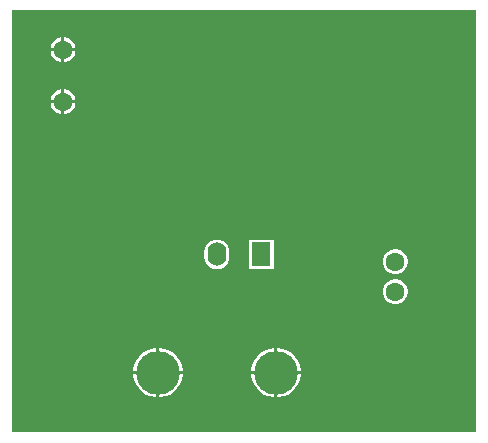
<source format=gbl>
G04*
G04 #@! TF.GenerationSoftware,Altium Limited,Altium Designer,23.6.0 (18)*
G04*
G04 Layer_Physical_Order=2*
G04 Layer_Color=16711680*
%FSLAX44Y44*%
%MOMM*%
G71*
G04*
G04 #@! TF.SameCoordinates,BDD1234D-291B-4935-850E-A0033F3BDFF5*
G04*
G04*
G04 #@! TF.FilePolarity,Positive*
G04*
G01*
G75*
%ADD32C,1.6000*%
%ADD33C,3.7000*%
%ADD34O,1.6000X2.0000*%
%ADD35R,1.6000X2.0000*%
%ADD36C,0.7000*%
G36*
X397410Y-397410D02*
X4000D01*
Y-40000D01*
X397410D01*
Y-397410D01*
D02*
G37*
%LPC*%
G36*
X48848Y-62860D02*
X48730D01*
Y-72130D01*
X58000D01*
Y-72012D01*
X57282Y-69332D01*
X55894Y-66928D01*
X53932Y-64966D01*
X51528Y-63578D01*
X48848Y-62860D01*
D02*
G37*
G36*
X46190D02*
X46072D01*
X43392Y-63578D01*
X40988Y-64966D01*
X39026Y-66928D01*
X37638Y-69332D01*
X36920Y-72012D01*
Y-72130D01*
X46190D01*
Y-62860D01*
D02*
G37*
G36*
X58000Y-74670D02*
X48730D01*
Y-83940D01*
X48848D01*
X51528Y-83222D01*
X53932Y-81834D01*
X55894Y-79872D01*
X57282Y-77468D01*
X58000Y-74788D01*
Y-74670D01*
D02*
G37*
G36*
X46190D02*
X36920D01*
Y-74788D01*
X37638Y-77468D01*
X39026Y-79872D01*
X40988Y-81834D01*
X43392Y-83222D01*
X46072Y-83940D01*
X46190D01*
Y-74670D01*
D02*
G37*
G36*
X48848Y-106860D02*
X48730D01*
Y-116130D01*
X58000D01*
Y-116012D01*
X57282Y-113332D01*
X55894Y-110928D01*
X53932Y-108966D01*
X51528Y-107578D01*
X48848Y-106860D01*
D02*
G37*
G36*
X46190D02*
X46072D01*
X43392Y-107578D01*
X40988Y-108966D01*
X39026Y-110928D01*
X37638Y-113332D01*
X36920Y-116012D01*
Y-116130D01*
X46190D01*
Y-106860D01*
D02*
G37*
G36*
X58000Y-118670D02*
X48730D01*
Y-127940D01*
X48848D01*
X51528Y-127222D01*
X53932Y-125834D01*
X55894Y-123872D01*
X57282Y-121468D01*
X58000Y-118788D01*
Y-118670D01*
D02*
G37*
G36*
X46190D02*
X36920D01*
Y-118788D01*
X37638Y-121468D01*
X39026Y-123872D01*
X40988Y-125834D01*
X43392Y-127222D01*
X46072Y-127940D01*
X46190D01*
Y-118670D01*
D02*
G37*
G36*
X225840Y-234170D02*
X204760D01*
Y-259250D01*
X225840D01*
Y-234170D01*
D02*
G37*
G36*
X177800Y-234079D02*
X175049Y-234441D01*
X172484Y-235503D01*
X170283Y-237193D01*
X168593Y-239394D01*
X167531Y-241959D01*
X167169Y-244710D01*
Y-248710D01*
X167531Y-251462D01*
X168593Y-254025D01*
X170283Y-256227D01*
X172484Y-257917D01*
X175049Y-258979D01*
X177800Y-259341D01*
X180551Y-258979D01*
X183116Y-257917D01*
X185317Y-256227D01*
X187007Y-254025D01*
X188069Y-251462D01*
X188431Y-248710D01*
Y-244710D01*
X188069Y-241959D01*
X187007Y-239394D01*
X185317Y-237193D01*
X183116Y-235503D01*
X180551Y-234441D01*
X177800Y-234079D01*
D02*
G37*
G36*
X330318Y-242190D02*
X327542D01*
X324862Y-242908D01*
X322458Y-244296D01*
X320496Y-246258D01*
X319108Y-248662D01*
X318390Y-251342D01*
Y-254118D01*
X319108Y-256798D01*
X320496Y-259202D01*
X322458Y-261164D01*
X324862Y-262552D01*
X327542Y-263270D01*
X330318D01*
X332998Y-262552D01*
X335402Y-261164D01*
X337364Y-259202D01*
X338752Y-256798D01*
X339470Y-254118D01*
Y-251342D01*
X338752Y-248662D01*
X337364Y-246258D01*
X335402Y-244296D01*
X332998Y-242908D01*
X330318Y-242190D01*
D02*
G37*
G36*
Y-267590D02*
X327542D01*
X324862Y-268308D01*
X322458Y-269696D01*
X320496Y-271658D01*
X319108Y-274062D01*
X318390Y-276742D01*
Y-279518D01*
X319108Y-282198D01*
X320496Y-284602D01*
X322458Y-286564D01*
X324862Y-287952D01*
X327542Y-288670D01*
X330318D01*
X332998Y-287952D01*
X335402Y-286564D01*
X337364Y-284602D01*
X338752Y-282198D01*
X339470Y-279518D01*
Y-276742D01*
X338752Y-274062D01*
X337364Y-271658D01*
X335402Y-269696D01*
X332998Y-268308D01*
X330318Y-267590D01*
D02*
G37*
G36*
X229872Y-325670D02*
X229070D01*
Y-345440D01*
X248840D01*
Y-344638D01*
X248031Y-340573D01*
X246445Y-336744D01*
X244143Y-333298D01*
X241212Y-330367D01*
X237766Y-328065D01*
X233937Y-326479D01*
X229872Y-325670D01*
D02*
G37*
G36*
X226530D02*
X225728D01*
X221663Y-326479D01*
X217834Y-328065D01*
X214388Y-330367D01*
X211457Y-333298D01*
X209155Y-336744D01*
X207569Y-340573D01*
X206760Y-344638D01*
Y-345440D01*
X226530D01*
Y-325670D01*
D02*
G37*
G36*
X129872D02*
X129070D01*
Y-345440D01*
X148840D01*
Y-344638D01*
X148031Y-340573D01*
X146445Y-336744D01*
X144143Y-333298D01*
X141212Y-330367D01*
X137766Y-328065D01*
X133937Y-326479D01*
X129872Y-325670D01*
D02*
G37*
G36*
X126530D02*
X125728D01*
X121663Y-326479D01*
X117834Y-328065D01*
X114388Y-330367D01*
X111457Y-333298D01*
X109155Y-336744D01*
X107569Y-340573D01*
X106760Y-344638D01*
Y-345440D01*
X126530D01*
Y-325670D01*
D02*
G37*
G36*
X248840Y-347980D02*
X229070D01*
Y-367750D01*
X229872D01*
X233937Y-366941D01*
X237766Y-365355D01*
X241212Y-363053D01*
X244143Y-360122D01*
X246445Y-356676D01*
X248031Y-352847D01*
X248840Y-348782D01*
Y-347980D01*
D02*
G37*
G36*
X226530D02*
X206760D01*
Y-348782D01*
X207569Y-352847D01*
X209155Y-356676D01*
X211457Y-360122D01*
X214388Y-363053D01*
X217834Y-365355D01*
X221663Y-366941D01*
X225728Y-367750D01*
X226530D01*
Y-347980D01*
D02*
G37*
G36*
X148840D02*
X129070D01*
Y-367750D01*
X129872D01*
X133937Y-366941D01*
X137766Y-365355D01*
X141212Y-363053D01*
X144143Y-360122D01*
X146445Y-356676D01*
X148031Y-352847D01*
X148840Y-348782D01*
Y-347980D01*
D02*
G37*
G36*
X126530D02*
X106760D01*
Y-348782D01*
X107569Y-352847D01*
X109155Y-356676D01*
X111457Y-360122D01*
X114388Y-363053D01*
X117834Y-365355D01*
X121663Y-366941D01*
X125728Y-367750D01*
X126530D01*
Y-347980D01*
D02*
G37*
%LPD*%
D32*
X328930Y-278130D02*
D03*
Y-252730D02*
D03*
X47460Y-117400D02*
D03*
Y-73400D02*
D03*
D33*
X127800Y-346710D02*
D03*
X227800D02*
D03*
D34*
X140300Y-246710D02*
D03*
X177800D02*
D03*
D35*
X215300D02*
D03*
D36*
X144000Y-177000D02*
D03*
X295000Y-147000D02*
D03*
X308610Y-147320D02*
D03*
X294640Y-135890D02*
D03*
X240030Y-57150D02*
D03*
X228600D02*
D03*
M02*

</source>
